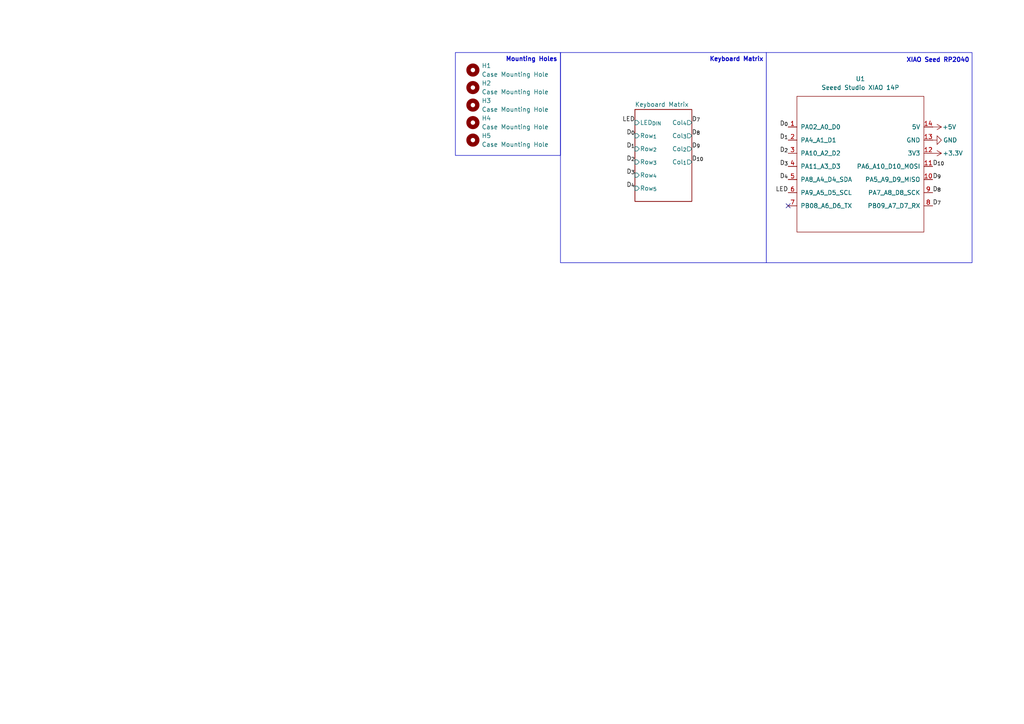
<source format=kicad_sch>
(kicad_sch (version 20231120) (generator "eeschema") (generator_version "8.0")
  (paper "A4")
  (lib_symbols
    (symbol "MCU_Module:Seeed Studio XIAO 14P" (pin_names (offset 1.016))
      (property "Reference" "U" (at 0 22.86 0))
      (property "Value" "Seeed Studio XIAO 14P" (at -0.508 20.32 0))
      (symbol "Seeed Studio XIAO 14P_0_1"
        (rectangle (start -17.78 19.05) (end 19.05 -20.32))
      )
      (symbol "Seeed Studio XIAO 14P_1_1"
        (pin unspecified line (at -20.32 10.16 0) (length 2.54) (name "PA02_A0_D0") (number "1"))
        (pin unspecified line (at 21.59 -5.08 180) (length 2.54) (name "PA5_A9_D9_MISO") (number "10"))
        (pin unspecified line (at 21.59 -1.27 180) (length 2.54) (name "PA6_A10_D10_MOSI") (number "11"))
        (pin unspecified line (at 21.59 2.54 180) (length 2.54) (name "3V3") (number "12"))
        (pin unspecified line (at 21.59 6.35 180) (length 2.54) (name "GND") (number "13"))
        (pin unspecified line (at 21.59 10.16 180) (length 2.54) (name "5V") (number "14"))
        (pin unspecified line (at -20.32 6.35 0) (length 2.54) (name "PA4_A1_D1") (number "2"))
        (pin unspecified line (at -20.32 2.54 0) (length 2.54) (name "PA10_A2_D2") (number "3"))
        (pin unspecified line (at -20.32 -1.27 0) (length 2.54) (name "PA11_A3_D3") (number "4"))
        (pin unspecified line (at -20.32 -5.08 0) (length 2.54) (name "PA8_A4_D4_SDA") (number "5"))
        (pin unspecified line (at -20.32 -8.89 0) (length 2.54) (name "PA9_A5_D5_SCL") (number "6"))
        (pin unspecified line (at -20.32 -12.7 0) (length 2.54) (name "PB08_A6_D6_TX") (number "7"))
        (pin unspecified line (at 21.59 -12.7 180) (length 2.54) (name "PB09_A7_D7_RX") (number "8"))
        (pin unspecified line (at 21.59 -8.89 180) (length 2.54) (name "PA7_A8_D8_SCK") (number "9"))
      )
    )
    (symbol "Mechanical:MountingHole" (pin_names (offset 1.016)) (exclude_from_sim yes) (in_bom no)
      (property "Reference" "H" (at 0 5.08 0))
      (property "Value" "MountingHole" (at 0 3.175 0))
      (symbol "MountingHole_0_1"
        (circle (center 0 0) (radius 1.27) (stroke (width 1.27)))
      )
    )
    (symbol "power:+3.3V" (power) (pin_numbers hide) (pin_names (offset 0) hide)
      (property "Value" "+3.3V" (at 0 3.556 0))
      (symbol "+3.3V_0_1"
        (polyline (pts (xy -0.762 1.27) (xy 0 2.54)))
        (polyline (pts (xy 0 0) (xy 0 2.54)))
        (polyline (pts (xy 0 2.54) (xy 0.762 1.27)))
      )
      (symbol "+3.3V_1_1"
        (pin power_in line (at 0 0 90) (length 0) (name "~") (number "1"))
      )
    )
    (symbol "power:+5V" (power) (pin_numbers hide) (pin_names (offset 0) hide)
      (property "Value" "+5V" (at 0 3.556 0))
      (symbol "+5V_0_1"
        (polyline (pts (xy -0.762 1.27) (xy 0 2.54)))
        (polyline (pts (xy 0 0) (xy 0 2.54)))
        (polyline (pts (xy 0 2.54) (xy 0.762 1.27)))
      )
      (symbol "+5V_1_1"
        (pin power_in line (at 0 0 90) (length 0) (name "~") (number "1"))
      )
    )
    (symbol "power:GND" (power) (pin_numbers hide) (pin_names (offset 0) hide)
      (property "Value" "GND" (at 0 -3.81 0))
      (symbol "GND_0_1"
        (polyline (pts (xy 0 0) (xy 0 -1.27) (xy 1.27 -1.27) (xy 0 -2.54) (xy -1.27 -1.27) (xy 0 -1.27)))
      )
      (symbol "GND_1_1"
        (pin power_in line (at 0 0 270) (length 0) (name "~") (number "1"))
      )
    )
  )
  (no_connect (at 228.6 59.69))
  (rectangle (start 162.56 15.24) (end 222.25 76.2))
  (rectangle (start 132.08 15.24) (end 162.56 45.085))
  (rectangle (start 222.25 15.24) (end 281.94 76.2))
  (text "Keyboard Matrix" (at 213.614 17.272 0) (effects (font (size 1.27 1.27) (thickness 0.254) (bold yes))))
  (text "Mounting Holes" (at 154.178 17.272 0) (effects (font (size 1.27 1.27) (thickness 0.254) (bold yes))))
  (text "XIAO Seed RP2040" (at 272.034 17.526 0) (effects (font (size 1.27 1.27) (thickness 0.254) (bold yes))))
  (label "D_{8}" (at 270.51 55.88 0))
  (label "D_{0}" (at 184.15 39.37 180))
  (label "D_{0}" (at 228.6 36.83 180))
  (label "D_{10}" (at 270.51 48.26 0))
  (label "LED" (at 228.6 55.88 180))
  (label "D_{3}" (at 228.6 48.26 180))
  (label "D_{3}" (at 184.15 50.8 180))
  (label "D_{4}" (at 228.6 52.07 180))
  (label "D_{9}" (at 270.51 52.07 0))
  (label "D_{7}" (at 270.51 59.69 0))
  (label "D_{2}" (at 184.15 46.99 180))
  (label "D_{10}" (at 200.66 46.99 0))
  (label "LED" (at 184.15 35.56 180))
  (label "D_{9}" (at 200.66 43.18 0))
  (label "D_{2}" (at 228.6 44.45 180))
  (label "D_{1}" (at 228.6 40.64 180))
  (label "D_{4}" (at 184.15 54.61 180))
  (label "D_{7}" (at 200.66 35.56 0))
  (label "D_{8}" (at 200.66 39.37 0))
  (label "D_{1}" (at 184.15 43.18 180))
  (symbol (lib_id "Mechanical:MountingHole") (at 137.16 30.48 0) (unit 1) (exclude_from_sim yes) (in_bom no)
    (property "Reference" "H3" (at 139.7 29.2099 0) (effects (justify left)))
    (property "Value" "Case Mounting Hole" (at 139.7 31.7499 0) (effects (justify left)))
    (property "Footprint" "MountingHole:MountingHole_2mm" (effects (hide yes)))
    (property "Description" "Mounting Hole without connection" (effects (hide yes)))
  )
  (symbol (lib_id "Mechanical:MountingHole") (at 137.16 40.64 0) (unit 1) (exclude_from_sim yes) (in_bom no)
    (property "Reference" "H5" (at 139.7 39.3699 0) (effects (justify left)))
    (property "Value" "Case Mounting Hole" (at 139.7 41.9099 0) (effects (justify left)))
    (property "Footprint" "MountingHole:MountingHole_2mm" (effects (hide yes)))
    (property "Description" "Mounting Hole without connection" (effects (hide yes)))
  )
  (symbol (lib_id "Mechanical:MountingHole") (at 137.16 35.56 0) (unit 1) (exclude_from_sim yes) (in_bom no)
    (property "Reference" "H4" (at 139.7 34.2899 0) (effects (justify left)))
    (property "Value" "Case Mounting Hole" (at 139.7 36.8299 0) (effects (justify left)))
    (property "Footprint" "MountingHole:MountingHole_2mm" (effects (hide yes)))
    (property "Description" "Mounting Hole without connection" (effects (hide yes)))
  )
  (symbol (lib_id "power:GND") (at 270.51 40.64 90) (unit 1)
    (property "Reference" "#PWR02" (effects (hide yes)))
    (property "Value" "GND" (at 275.59 40.64 90))
    (property "Description" "Power symbol creates a global label with name \"GND\" , ground" (effects (hide yes)))
  )
  (symbol (lib_id "Mechanical:MountingHole") (at 137.16 25.4 0) (unit 1) (exclude_from_sim yes) (in_bom no)
    (property "Reference" "H2" (at 139.7 24.1299 0) (effects (justify left)))
    (property "Value" "Case Mounting Hole" (at 139.7 26.6699 0) (effects (justify left)))
    (property "Footprint" "MountingHole:MountingHole_2mm" (effects (hide yes)))
    (property "Description" "Mounting Hole without connection" (effects (hide yes)))
  )
  (symbol (lib_id "MCU_Module:Seeed Studio XIAO 14P") (at 248.92 46.99 0) (unit 1)
    (property "Reference" "U1" (at 249.555 22.86 0))
    (property "Value" "Seeed Studio XIAO 14P" (at 249.555 25.4 0))
    (property "Footprint" "Module:XIAO 14P RP2040" (effects (hide yes)))
    (property "Datasheet" "https://wiki.seeedstudio.com/XIAO-RP2040/" (effects (hide yes)))
    (property "Description" "Dual-core RP2040 processor, flexible clock up to 133 MHz, 264KB SRAM, 2MB flash" (effects (hide yes)))
  )
  (symbol (lib_id "power:+5V") (at 270.51 36.83 270) (unit 1)
    (property "Reference" "#PWR01" (effects (hide yes)))
    (property "Value" "+5V" (at 275.336 36.83 90))
    (property "Description" "Power symbol creates a global label with name \"+5V\"" (effects (hide yes)))
  )
  (symbol (lib_id "power:+3.3V") (at 270.51 44.45 270) (unit 1)
    (property "Reference" "#PWR03" (effects (hide yes)))
    (property "Value" "+3.3V" (at 276.352 44.45 90))
    (property "Description" "Power symbol creates a global label with name \"+3.3V\"" (effects (hide yes)))
  )
  (symbol (lib_id "Mechanical:MountingHole") (at 137.16 20.32 0) (unit 1) (exclude_from_sim yes) (in_bom no)
    (property "Reference" "H1" (at 139.7 19.0499 0) (effects (justify left)))
    (property "Value" "Case Mounting Hole" (at 139.7 21.5899 0) (effects (justify left)))
    (property "Footprint" "MountingHole:MountingHole_2mm" (effects (hide yes)))
    (property "Description" "Mounting Hole without connection" (effects (hide yes)))
  )
  (sheet (at 184.15 31.75) (size 16.51 26.67) (stroke (width 0.1524))
    (property "Sheetname" "Keyboard Matrix" (at 184.15 31.0384 0) (effects (justify left bottom)))
    (property "Sheetfile" "keyboard-matrix.kicad_sch" (effects (hide yes)))
    (pin "Row_{4}" input (at 184.15 50.8 180))
    (pin "Row_{5}" input (at 184.15 54.61 180))
    (pin "Row_{1}" input (at 184.15 39.37 180))
    (pin "Row_{2}" input (at 184.15 43.18 180))
    (pin "Row_{3}" input (at 184.15 46.99 180))
    (pin "Col_{4}" output (at 200.66 35.56 0))
    (pin "Col_{3}" output (at 200.66 39.37 0))
    (pin "Col_{2}" output (at 200.66 43.18 0))
    (pin "Col_{1}" output (at 200.66 46.99 0))
    (pin "LED_{DIN}" input (at 184.15 35.56 180))
  )
)
</source>
